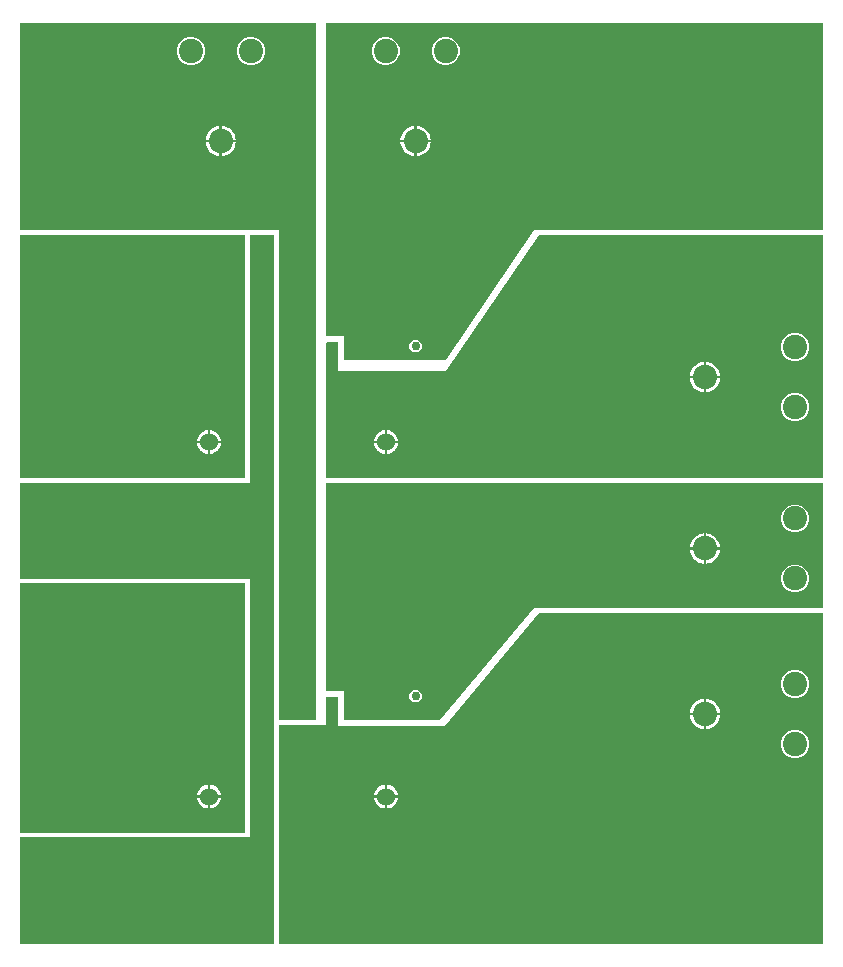
<source format=gbr>
G04 EAGLE Gerber RS-274X export*
G75*
%MOMM*%
%FSLAX34Y34*%
%LPD*%
%INCopper Layer 2*%
%IPPOS*%
%AMOC8*
5,1,8,0,0,1.08239X$1,22.5*%
G01*
%ADD10C,2.057400*%
%ADD11C,1.524000*%
%ADD12C,0.756400*%

G36*
X679348Y10162D02*
X679348Y10162D01*
X679357Y10161D01*
X679445Y10182D01*
X679535Y10200D01*
X679542Y10205D01*
X679550Y10207D01*
X679623Y10261D01*
X679699Y10313D01*
X679703Y10320D01*
X679710Y10325D01*
X679757Y10403D01*
X679806Y10480D01*
X679807Y10489D01*
X679812Y10496D01*
X679839Y10660D01*
X679839Y290000D01*
X679838Y290008D01*
X679839Y290017D01*
X679818Y290105D01*
X679800Y290195D01*
X679795Y290202D01*
X679793Y290210D01*
X679739Y290283D01*
X679687Y290359D01*
X679680Y290363D01*
X679675Y290370D01*
X679597Y290417D01*
X679520Y290466D01*
X679511Y290467D01*
X679504Y290472D01*
X679340Y290499D01*
X440000Y290499D01*
X439965Y290492D01*
X439930Y290494D01*
X439869Y290473D01*
X439805Y290460D01*
X439776Y290440D01*
X439743Y290428D01*
X439678Y290373D01*
X439641Y290347D01*
X439632Y290333D01*
X439616Y290320D01*
X359766Y194499D01*
X269499Y194499D01*
X269499Y219000D01*
X269498Y219008D01*
X269499Y219017D01*
X269478Y219105D01*
X269460Y219195D01*
X269455Y219202D01*
X269453Y219210D01*
X269399Y219283D01*
X269347Y219359D01*
X269340Y219363D01*
X269335Y219370D01*
X269257Y219417D01*
X269180Y219466D01*
X269171Y219467D01*
X269164Y219472D01*
X269000Y219499D01*
X260000Y219499D01*
X259992Y219498D01*
X259983Y219499D01*
X259895Y219478D01*
X259805Y219460D01*
X259798Y219455D01*
X259790Y219453D01*
X259717Y219399D01*
X259641Y219347D01*
X259637Y219340D01*
X259630Y219335D01*
X259583Y219257D01*
X259534Y219180D01*
X259533Y219171D01*
X259528Y219164D01*
X259501Y219000D01*
X259501Y195499D01*
X220000Y195499D01*
X219992Y195498D01*
X219983Y195499D01*
X219895Y195478D01*
X219805Y195460D01*
X219798Y195455D01*
X219790Y195453D01*
X219717Y195399D01*
X219641Y195347D01*
X219637Y195340D01*
X219630Y195335D01*
X219583Y195257D01*
X219534Y195180D01*
X219533Y195171D01*
X219528Y195164D01*
X219501Y195000D01*
X219501Y10660D01*
X219502Y10652D01*
X219501Y10643D01*
X219522Y10555D01*
X219540Y10465D01*
X219545Y10458D01*
X219547Y10450D01*
X219601Y10377D01*
X219653Y10301D01*
X219660Y10297D01*
X219665Y10290D01*
X219743Y10243D01*
X219820Y10194D01*
X219829Y10193D01*
X219836Y10188D01*
X220000Y10161D01*
X679340Y10161D01*
X679348Y10162D01*
G37*
G36*
X360058Y504513D02*
X360058Y504513D01*
X360117Y504515D01*
X360154Y504532D01*
X360195Y504540D01*
X360244Y504574D01*
X360297Y504599D01*
X360330Y504633D01*
X360359Y504653D01*
X360378Y504683D01*
X360413Y504719D01*
X435264Y614501D01*
X679340Y614501D01*
X679348Y614502D01*
X679357Y614501D01*
X679445Y614522D01*
X679535Y614540D01*
X679542Y614545D01*
X679550Y614547D01*
X679623Y614601D01*
X679699Y614653D01*
X679703Y614660D01*
X679710Y614665D01*
X679757Y614743D01*
X679806Y614820D01*
X679807Y614829D01*
X679812Y614836D01*
X679839Y615000D01*
X679839Y789340D01*
X679838Y789348D01*
X679839Y789357D01*
X679818Y789445D01*
X679800Y789535D01*
X679795Y789542D01*
X679793Y789550D01*
X679739Y789623D01*
X679687Y789699D01*
X679680Y789703D01*
X679675Y789710D01*
X679597Y789757D01*
X679520Y789806D01*
X679511Y789807D01*
X679504Y789812D01*
X679340Y789839D01*
X260000Y789839D01*
X259992Y789838D01*
X259983Y789839D01*
X259895Y789818D01*
X259805Y789800D01*
X259798Y789795D01*
X259790Y789793D01*
X259717Y789739D01*
X259641Y789687D01*
X259637Y789680D01*
X259630Y789675D01*
X259583Y789597D01*
X259534Y789520D01*
X259533Y789511D01*
X259528Y789504D01*
X259501Y789340D01*
X259501Y525000D01*
X259502Y524992D01*
X259501Y524983D01*
X259522Y524895D01*
X259540Y524805D01*
X259545Y524798D01*
X259547Y524790D01*
X259601Y524717D01*
X259653Y524641D01*
X259660Y524637D01*
X259665Y524630D01*
X259743Y524583D01*
X259820Y524534D01*
X259829Y524533D01*
X259836Y524528D01*
X260000Y524501D01*
X274501Y524501D01*
X274501Y505000D01*
X274502Y504992D01*
X274501Y504983D01*
X274522Y504895D01*
X274540Y504805D01*
X274545Y504798D01*
X274547Y504790D01*
X274601Y504717D01*
X274653Y504641D01*
X274660Y504637D01*
X274665Y504630D01*
X274743Y504583D01*
X274820Y504534D01*
X274829Y504533D01*
X274836Y504528D01*
X275000Y504501D01*
X360000Y504501D01*
X360058Y504513D01*
G37*
G36*
X679348Y404502D02*
X679348Y404502D01*
X679357Y404501D01*
X679445Y404522D01*
X679535Y404540D01*
X679542Y404545D01*
X679550Y404547D01*
X679623Y404601D01*
X679699Y404653D01*
X679703Y404660D01*
X679710Y404665D01*
X679757Y404743D01*
X679806Y404820D01*
X679807Y404829D01*
X679812Y404836D01*
X679839Y405000D01*
X679839Y610002D01*
X679838Y610011D01*
X679839Y610019D01*
X679818Y610107D01*
X679800Y610197D01*
X679795Y610204D01*
X679793Y610212D01*
X679739Y610286D01*
X679687Y610361D01*
X679680Y610366D01*
X679675Y610372D01*
X679596Y610419D01*
X679520Y610468D01*
X679511Y610470D01*
X679504Y610474D01*
X679340Y610502D01*
X439946Y610554D01*
X439942Y610553D01*
X439937Y610554D01*
X439844Y610533D01*
X439751Y610514D01*
X439747Y610512D01*
X439743Y610511D01*
X439665Y610455D01*
X439587Y610402D01*
X439585Y610398D01*
X439581Y610396D01*
X439532Y610315D01*
X439480Y610234D01*
X439479Y610230D01*
X439477Y610226D01*
X439463Y610132D01*
X439455Y610087D01*
X361161Y495249D01*
X269499Y495249D01*
X269499Y519000D01*
X269498Y519008D01*
X269499Y519017D01*
X269478Y519105D01*
X269460Y519195D01*
X269455Y519202D01*
X269453Y519210D01*
X269399Y519283D01*
X269347Y519359D01*
X269340Y519363D01*
X269335Y519370D01*
X269257Y519417D01*
X269180Y519466D01*
X269171Y519467D01*
X269164Y519472D01*
X269000Y519499D01*
X260000Y519499D01*
X259992Y519498D01*
X259983Y519499D01*
X259895Y519478D01*
X259805Y519460D01*
X259798Y519455D01*
X259790Y519453D01*
X259717Y519399D01*
X259641Y519347D01*
X259637Y519340D01*
X259630Y519335D01*
X259583Y519257D01*
X259534Y519180D01*
X259533Y519171D01*
X259528Y519164D01*
X259501Y519000D01*
X259501Y405000D01*
X259502Y404992D01*
X259501Y404983D01*
X259522Y404895D01*
X259540Y404805D01*
X259545Y404798D01*
X259547Y404790D01*
X259601Y404717D01*
X259653Y404641D01*
X259660Y404637D01*
X259665Y404630D01*
X259743Y404583D01*
X259820Y404534D01*
X259829Y404533D01*
X259836Y404528D01*
X260000Y404501D01*
X679340Y404501D01*
X679348Y404502D01*
G37*
G36*
X355033Y199508D02*
X355033Y199508D01*
X355067Y199505D01*
X355130Y199527D01*
X355195Y199540D01*
X355223Y199560D01*
X355255Y199571D01*
X355322Y199628D01*
X355359Y199653D01*
X355367Y199666D01*
X355382Y199678D01*
X435232Y294501D01*
X679340Y294501D01*
X679348Y294502D01*
X679357Y294501D01*
X679445Y294522D01*
X679535Y294540D01*
X679542Y294545D01*
X679550Y294547D01*
X679623Y294601D01*
X679699Y294653D01*
X679703Y294660D01*
X679710Y294665D01*
X679757Y294743D01*
X679806Y294820D01*
X679807Y294829D01*
X679812Y294836D01*
X679839Y295000D01*
X679839Y400000D01*
X679838Y400008D01*
X679839Y400017D01*
X679818Y400105D01*
X679800Y400195D01*
X679795Y400202D01*
X679793Y400210D01*
X679739Y400283D01*
X679687Y400359D01*
X679680Y400363D01*
X679675Y400370D01*
X679597Y400417D01*
X679520Y400466D01*
X679511Y400467D01*
X679504Y400472D01*
X679340Y400499D01*
X260000Y400499D01*
X259992Y400498D01*
X259983Y400499D01*
X259895Y400478D01*
X259805Y400460D01*
X259798Y400455D01*
X259790Y400453D01*
X259717Y400399D01*
X259641Y400347D01*
X259637Y400340D01*
X259630Y400335D01*
X259583Y400257D01*
X259534Y400180D01*
X259533Y400171D01*
X259528Y400164D01*
X259501Y400000D01*
X259501Y225000D01*
X259502Y224992D01*
X259501Y224983D01*
X259522Y224895D01*
X259540Y224805D01*
X259545Y224798D01*
X259547Y224790D01*
X259601Y224717D01*
X259653Y224641D01*
X259660Y224637D01*
X259665Y224630D01*
X259743Y224583D01*
X259820Y224534D01*
X259829Y224533D01*
X259836Y224528D01*
X260000Y224501D01*
X274501Y224501D01*
X274501Y200000D01*
X274502Y199992D01*
X274501Y199983D01*
X274522Y199895D01*
X274540Y199805D01*
X274545Y199798D01*
X274547Y199790D01*
X274601Y199717D01*
X274653Y199641D01*
X274660Y199637D01*
X274665Y199630D01*
X274743Y199583D01*
X274820Y199534D01*
X274829Y199533D01*
X274836Y199528D01*
X275000Y199501D01*
X355000Y199501D01*
X355033Y199508D01*
G37*
G36*
X250008Y199502D02*
X250008Y199502D01*
X250017Y199501D01*
X250105Y199522D01*
X250195Y199540D01*
X250202Y199545D01*
X250210Y199547D01*
X250283Y199601D01*
X250359Y199653D01*
X250363Y199660D01*
X250370Y199665D01*
X250417Y199743D01*
X250466Y199820D01*
X250467Y199829D01*
X250472Y199836D01*
X250499Y200000D01*
X250499Y789340D01*
X250498Y789348D01*
X250499Y789357D01*
X250478Y789445D01*
X250460Y789535D01*
X250455Y789542D01*
X250453Y789550D01*
X250399Y789623D01*
X250347Y789699D01*
X250340Y789703D01*
X250335Y789710D01*
X250257Y789757D01*
X250180Y789806D01*
X250171Y789807D01*
X250164Y789812D01*
X250000Y789839D01*
X660Y789839D01*
X652Y789838D01*
X643Y789839D01*
X555Y789818D01*
X465Y789800D01*
X458Y789795D01*
X450Y789793D01*
X377Y789739D01*
X301Y789687D01*
X297Y789680D01*
X290Y789675D01*
X243Y789597D01*
X194Y789520D01*
X193Y789511D01*
X188Y789504D01*
X161Y789340D01*
X161Y615000D01*
X162Y614992D01*
X161Y614983D01*
X182Y614895D01*
X200Y614805D01*
X205Y614798D01*
X207Y614790D01*
X261Y614717D01*
X313Y614641D01*
X320Y614637D01*
X325Y614630D01*
X403Y614583D01*
X480Y614534D01*
X489Y614533D01*
X496Y614528D01*
X660Y614501D01*
X219501Y614501D01*
X219501Y200000D01*
X219502Y199992D01*
X219501Y199983D01*
X219522Y199895D01*
X219540Y199805D01*
X219545Y199798D01*
X219547Y199790D01*
X219601Y199717D01*
X219653Y199641D01*
X219660Y199637D01*
X219665Y199630D01*
X219743Y199583D01*
X219820Y199534D01*
X219829Y199533D01*
X219836Y199528D01*
X220000Y199501D01*
X250000Y199501D01*
X250008Y199502D01*
G37*
G36*
X215008Y10162D02*
X215008Y10162D01*
X215017Y10161D01*
X215105Y10182D01*
X215195Y10200D01*
X215202Y10205D01*
X215210Y10207D01*
X215283Y10261D01*
X215359Y10313D01*
X215363Y10320D01*
X215370Y10325D01*
X215417Y10403D01*
X215466Y10480D01*
X215467Y10489D01*
X215472Y10496D01*
X215499Y10660D01*
X215499Y610000D01*
X215498Y610008D01*
X215499Y610017D01*
X215478Y610105D01*
X215460Y610195D01*
X215455Y610202D01*
X215453Y610210D01*
X215399Y610283D01*
X215347Y610359D01*
X215340Y610363D01*
X215335Y610370D01*
X215257Y610417D01*
X215180Y610466D01*
X215171Y610467D01*
X215164Y610472D01*
X215000Y610499D01*
X195000Y610499D01*
X194992Y610498D01*
X194983Y610499D01*
X194895Y610478D01*
X194805Y610460D01*
X194798Y610455D01*
X194790Y610453D01*
X194717Y610399D01*
X194641Y610347D01*
X194637Y610340D01*
X194630Y610335D01*
X194583Y610257D01*
X194534Y610180D01*
X194533Y610171D01*
X194528Y610164D01*
X194501Y610000D01*
X194501Y400499D01*
X660Y400499D01*
X652Y400498D01*
X643Y400499D01*
X555Y400478D01*
X465Y400460D01*
X458Y400455D01*
X450Y400453D01*
X377Y400399D01*
X301Y400347D01*
X297Y400340D01*
X290Y400335D01*
X243Y400257D01*
X194Y400180D01*
X193Y400171D01*
X188Y400164D01*
X161Y400000D01*
X161Y320000D01*
X162Y319992D01*
X161Y319983D01*
X182Y319895D01*
X200Y319805D01*
X205Y319798D01*
X207Y319790D01*
X261Y319717D01*
X313Y319641D01*
X320Y319637D01*
X325Y319630D01*
X403Y319583D01*
X480Y319534D01*
X489Y319533D01*
X496Y319528D01*
X660Y319501D01*
X194501Y319501D01*
X194501Y100499D01*
X660Y100499D01*
X652Y100498D01*
X643Y100499D01*
X555Y100478D01*
X465Y100460D01*
X458Y100455D01*
X450Y100453D01*
X377Y100399D01*
X301Y100347D01*
X297Y100340D01*
X290Y100335D01*
X243Y100257D01*
X194Y100180D01*
X193Y100171D01*
X188Y100164D01*
X161Y100000D01*
X161Y10660D01*
X162Y10652D01*
X161Y10643D01*
X182Y10555D01*
X200Y10465D01*
X205Y10458D01*
X207Y10450D01*
X261Y10377D01*
X313Y10301D01*
X320Y10297D01*
X325Y10290D01*
X403Y10243D01*
X480Y10194D01*
X489Y10193D01*
X496Y10188D01*
X660Y10161D01*
X215000Y10161D01*
X215008Y10162D01*
G37*
G36*
X190000Y104501D02*
X190000Y104501D01*
X190008Y104502D01*
X190017Y104501D01*
X190105Y104522D01*
X190195Y104540D01*
X190202Y104545D01*
X190210Y104547D01*
X190283Y104601D01*
X190359Y104653D01*
X190363Y104660D01*
X190370Y104665D01*
X190417Y104743D01*
X190466Y104820D01*
X190467Y104829D01*
X190472Y104836D01*
X190499Y105000D01*
X190499Y315000D01*
X190498Y315008D01*
X190499Y315017D01*
X190478Y315105D01*
X190460Y315195D01*
X190455Y315202D01*
X190453Y315210D01*
X190399Y315283D01*
X190347Y315359D01*
X190340Y315363D01*
X190335Y315370D01*
X190257Y315417D01*
X190180Y315466D01*
X190171Y315467D01*
X190164Y315472D01*
X190000Y315499D01*
X660Y315499D01*
X652Y315498D01*
X643Y315499D01*
X555Y315478D01*
X465Y315460D01*
X458Y315455D01*
X450Y315453D01*
X377Y315399D01*
X301Y315347D01*
X297Y315340D01*
X290Y315335D01*
X243Y315257D01*
X194Y315180D01*
X193Y315171D01*
X188Y315164D01*
X161Y315000D01*
X161Y105000D01*
X162Y104992D01*
X161Y104983D01*
X182Y104895D01*
X200Y104805D01*
X205Y104798D01*
X207Y104790D01*
X261Y104717D01*
X313Y104641D01*
X320Y104637D01*
X325Y104630D01*
X403Y104583D01*
X480Y104534D01*
X489Y104533D01*
X496Y104528D01*
X660Y104501D01*
X190000Y104501D01*
G37*
G36*
X190008Y404502D02*
X190008Y404502D01*
X190017Y404501D01*
X190105Y404522D01*
X190195Y404540D01*
X190202Y404545D01*
X190210Y404547D01*
X190283Y404601D01*
X190359Y404653D01*
X190363Y404660D01*
X190370Y404665D01*
X190417Y404743D01*
X190466Y404820D01*
X190467Y404829D01*
X190472Y404836D01*
X190499Y405000D01*
X190499Y610000D01*
X190498Y610008D01*
X190499Y610017D01*
X190478Y610105D01*
X190460Y610195D01*
X190455Y610202D01*
X190453Y610210D01*
X190399Y610283D01*
X190347Y610359D01*
X190340Y610363D01*
X190335Y610370D01*
X190257Y610417D01*
X190180Y610466D01*
X190171Y610467D01*
X190164Y610472D01*
X190000Y610499D01*
X660Y610499D01*
X652Y610498D01*
X643Y610499D01*
X555Y610478D01*
X465Y610460D01*
X458Y610455D01*
X450Y610453D01*
X377Y610399D01*
X301Y610347D01*
X297Y610340D01*
X290Y610335D01*
X243Y610257D01*
X194Y610180D01*
X193Y610171D01*
X188Y610164D01*
X161Y610000D01*
X161Y405000D01*
X162Y404992D01*
X161Y404983D01*
X182Y404895D01*
X200Y404805D01*
X205Y404798D01*
X207Y404790D01*
X261Y404717D01*
X313Y404641D01*
X320Y404637D01*
X325Y404630D01*
X403Y404583D01*
X480Y404534D01*
X489Y404533D01*
X496Y404528D01*
X660Y404501D01*
X190000Y404501D01*
X190008Y404502D01*
G37*
%LPC*%
G36*
X653850Y452788D02*
X653850Y452788D01*
X649509Y454586D01*
X646186Y457909D01*
X644388Y462250D01*
X644388Y466950D01*
X646186Y471291D01*
X649509Y474614D01*
X653850Y476412D01*
X658550Y476412D01*
X662891Y474614D01*
X666214Y471291D01*
X668012Y466950D01*
X668012Y462250D01*
X666214Y457909D01*
X662891Y454586D01*
X658550Y452788D01*
X653850Y452788D01*
G37*
%LPD*%
%LPC*%
G36*
X653850Y358588D02*
X653850Y358588D01*
X649509Y360386D01*
X646186Y363709D01*
X644388Y368050D01*
X644388Y372750D01*
X646186Y377091D01*
X649509Y380414D01*
X653850Y382212D01*
X658550Y382212D01*
X662891Y380414D01*
X666214Y377091D01*
X668012Y372750D01*
X668012Y368050D01*
X666214Y363709D01*
X662891Y360386D01*
X658550Y358588D01*
X653850Y358588D01*
G37*
%LPD*%
%LPC*%
G36*
X653850Y167788D02*
X653850Y167788D01*
X649509Y169586D01*
X646186Y172909D01*
X644388Y177250D01*
X644388Y181950D01*
X646186Y186291D01*
X649509Y189614D01*
X653850Y191412D01*
X658550Y191412D01*
X662891Y189614D01*
X666214Y186291D01*
X668012Y181950D01*
X668012Y177250D01*
X666214Y172909D01*
X662891Y169586D01*
X658550Y167788D01*
X653850Y167788D01*
G37*
%LPD*%
%LPC*%
G36*
X653850Y218588D02*
X653850Y218588D01*
X649509Y220386D01*
X646186Y223709D01*
X644388Y228050D01*
X644388Y232750D01*
X646186Y237091D01*
X649509Y240414D01*
X653850Y242212D01*
X658550Y242212D01*
X662891Y240414D01*
X666214Y237091D01*
X668012Y232750D01*
X668012Y228050D01*
X666214Y223709D01*
X662891Y220386D01*
X658550Y218588D01*
X653850Y218588D01*
G37*
%LPD*%
%LPC*%
G36*
X358050Y754388D02*
X358050Y754388D01*
X353709Y756186D01*
X350386Y759509D01*
X348588Y763850D01*
X348588Y768550D01*
X350386Y772891D01*
X353709Y776214D01*
X358050Y778012D01*
X362750Y778012D01*
X367091Y776214D01*
X370414Y772891D01*
X372212Y768550D01*
X372212Y763850D01*
X370414Y759509D01*
X367091Y756186D01*
X362750Y754388D01*
X358050Y754388D01*
G37*
%LPD*%
%LPC*%
G36*
X307250Y754388D02*
X307250Y754388D01*
X302909Y756186D01*
X299586Y759509D01*
X297788Y763850D01*
X297788Y768550D01*
X299586Y772891D01*
X302909Y776214D01*
X307250Y778012D01*
X311950Y778012D01*
X316291Y776214D01*
X319614Y772891D01*
X321412Y768550D01*
X321412Y763850D01*
X319614Y759509D01*
X316291Y756186D01*
X311950Y754388D01*
X307250Y754388D01*
G37*
%LPD*%
%LPC*%
G36*
X653850Y307788D02*
X653850Y307788D01*
X649509Y309586D01*
X646186Y312909D01*
X644388Y317250D01*
X644388Y321950D01*
X646186Y326291D01*
X649509Y329614D01*
X653850Y331412D01*
X658550Y331412D01*
X662891Y329614D01*
X666214Y326291D01*
X668012Y321950D01*
X668012Y317250D01*
X666214Y312909D01*
X662891Y309586D01*
X658550Y307788D01*
X653850Y307788D01*
G37*
%LPD*%
%LPC*%
G36*
X142250Y754388D02*
X142250Y754388D01*
X137909Y756186D01*
X134586Y759509D01*
X132788Y763850D01*
X132788Y768550D01*
X134586Y772891D01*
X137909Y776214D01*
X142250Y778012D01*
X146950Y778012D01*
X151291Y776214D01*
X154614Y772891D01*
X156412Y768550D01*
X156412Y763850D01*
X154614Y759509D01*
X151291Y756186D01*
X146950Y754388D01*
X142250Y754388D01*
G37*
%LPD*%
%LPC*%
G36*
X653850Y503588D02*
X653850Y503588D01*
X649509Y505386D01*
X646186Y508709D01*
X644388Y513050D01*
X644388Y517750D01*
X646186Y522091D01*
X649509Y525414D01*
X653850Y527212D01*
X658550Y527212D01*
X662891Y525414D01*
X666214Y522091D01*
X668012Y517750D01*
X668012Y513050D01*
X666214Y508709D01*
X662891Y505386D01*
X658550Y503588D01*
X653850Y503588D01*
G37*
%LPD*%
%LPC*%
G36*
X193050Y754388D02*
X193050Y754388D01*
X188709Y756186D01*
X185386Y759509D01*
X183588Y763850D01*
X183588Y768550D01*
X185386Y772891D01*
X188709Y776214D01*
X193050Y778012D01*
X197750Y778012D01*
X202091Y776214D01*
X205414Y772891D01*
X207212Y768550D01*
X207212Y763850D01*
X205414Y759509D01*
X202091Y756186D01*
X197750Y754388D01*
X193050Y754388D01*
G37*
%LPD*%
%LPC*%
G36*
X335999Y690999D02*
X335999Y690999D01*
X335999Y702828D01*
X336010Y702828D01*
X338004Y702512D01*
X339924Y701888D01*
X341723Y700971D01*
X343357Y699785D01*
X344785Y698357D01*
X345971Y696723D01*
X346888Y694924D01*
X347512Y693004D01*
X347828Y691010D01*
X347828Y690999D01*
X335999Y690999D01*
G37*
%LPD*%
%LPC*%
G36*
X170999Y690999D02*
X170999Y690999D01*
X170999Y702828D01*
X171010Y702828D01*
X173004Y702512D01*
X174924Y701888D01*
X176723Y700971D01*
X178357Y699785D01*
X179785Y698357D01*
X180971Y696723D01*
X181888Y694924D01*
X182512Y693004D01*
X182828Y691010D01*
X182828Y690999D01*
X170999Y690999D01*
G37*
%LPD*%
%LPC*%
G36*
X580999Y345999D02*
X580999Y345999D01*
X580999Y357828D01*
X581010Y357828D01*
X583004Y357512D01*
X584924Y356888D01*
X586723Y355971D01*
X588357Y354785D01*
X589785Y353357D01*
X590971Y351723D01*
X591888Y349924D01*
X592512Y348004D01*
X592828Y346010D01*
X592828Y345999D01*
X580999Y345999D01*
G37*
%LPD*%
%LPC*%
G36*
X580999Y205999D02*
X580999Y205999D01*
X580999Y217828D01*
X581010Y217828D01*
X583004Y217512D01*
X584924Y216888D01*
X586723Y215971D01*
X588357Y214785D01*
X589785Y213357D01*
X590971Y211723D01*
X591888Y209924D01*
X592512Y208004D01*
X592828Y206010D01*
X592828Y205999D01*
X580999Y205999D01*
G37*
%LPD*%
%LPC*%
G36*
X580999Y490999D02*
X580999Y490999D01*
X580999Y502828D01*
X581010Y502828D01*
X583004Y502512D01*
X584924Y501888D01*
X586723Y500971D01*
X588357Y499785D01*
X589785Y498357D01*
X590971Y496723D01*
X591888Y494924D01*
X592512Y493004D01*
X592828Y491010D01*
X592828Y490999D01*
X580999Y490999D01*
G37*
%LPD*%
%LPC*%
G36*
X580999Y192172D02*
X580999Y192172D01*
X580999Y204001D01*
X592828Y204001D01*
X592828Y203990D01*
X592512Y201996D01*
X591888Y200076D01*
X590971Y198277D01*
X589785Y196643D01*
X588357Y195215D01*
X586723Y194029D01*
X584924Y193112D01*
X583004Y192488D01*
X581010Y192172D01*
X580999Y192172D01*
G37*
%LPD*%
%LPC*%
G36*
X580999Y477172D02*
X580999Y477172D01*
X580999Y489001D01*
X592828Y489001D01*
X592828Y488990D01*
X592512Y486996D01*
X591888Y485076D01*
X590971Y483277D01*
X589785Y481643D01*
X588357Y480215D01*
X586723Y479029D01*
X584924Y478112D01*
X583004Y477488D01*
X581010Y477172D01*
X580999Y477172D01*
G37*
%LPD*%
%LPC*%
G36*
X567172Y205999D02*
X567172Y205999D01*
X567172Y206010D01*
X567488Y208004D01*
X568112Y209924D01*
X569029Y211723D01*
X570215Y213357D01*
X571643Y214785D01*
X573277Y215971D01*
X575076Y216888D01*
X576996Y217512D01*
X578990Y217828D01*
X579001Y217828D01*
X579001Y205999D01*
X567172Y205999D01*
G37*
%LPD*%
%LPC*%
G36*
X157172Y690999D02*
X157172Y690999D01*
X157172Y691010D01*
X157488Y693004D01*
X158112Y694924D01*
X159029Y696723D01*
X160215Y698357D01*
X161643Y699785D01*
X163277Y700971D01*
X165076Y701888D01*
X166996Y702512D01*
X168990Y702828D01*
X169001Y702828D01*
X169001Y690999D01*
X157172Y690999D01*
G37*
%LPD*%
%LPC*%
G36*
X335999Y677172D02*
X335999Y677172D01*
X335999Y689001D01*
X347828Y689001D01*
X347828Y688990D01*
X347512Y686996D01*
X346888Y685076D01*
X345971Y683277D01*
X344785Y681643D01*
X343357Y680215D01*
X341723Y679029D01*
X339924Y678112D01*
X338004Y677488D01*
X336010Y677172D01*
X335999Y677172D01*
G37*
%LPD*%
%LPC*%
G36*
X580999Y332172D02*
X580999Y332172D01*
X580999Y344001D01*
X592828Y344001D01*
X592828Y343990D01*
X592512Y341996D01*
X591888Y340076D01*
X590971Y338277D01*
X589785Y336643D01*
X588357Y335215D01*
X586723Y334029D01*
X584924Y333112D01*
X583004Y332488D01*
X581010Y332172D01*
X580999Y332172D01*
G37*
%LPD*%
%LPC*%
G36*
X567172Y345999D02*
X567172Y345999D01*
X567172Y346010D01*
X567488Y348004D01*
X568112Y349924D01*
X569029Y351723D01*
X570215Y353357D01*
X571643Y354785D01*
X573277Y355971D01*
X575076Y356888D01*
X576996Y357512D01*
X578990Y357828D01*
X579001Y357828D01*
X579001Y345999D01*
X567172Y345999D01*
G37*
%LPD*%
%LPC*%
G36*
X170999Y677172D02*
X170999Y677172D01*
X170999Y689001D01*
X182828Y689001D01*
X182828Y688990D01*
X182512Y686996D01*
X181888Y685076D01*
X180971Y683277D01*
X179785Y681643D01*
X178357Y680215D01*
X176723Y679029D01*
X174924Y678112D01*
X173004Y677488D01*
X171010Y677172D01*
X170999Y677172D01*
G37*
%LPD*%
%LPC*%
G36*
X322172Y690999D02*
X322172Y690999D01*
X322172Y691010D01*
X322488Y693004D01*
X323112Y694924D01*
X324029Y696723D01*
X325215Y698357D01*
X326643Y699785D01*
X328277Y700971D01*
X330076Y701888D01*
X331996Y702512D01*
X333990Y702828D01*
X334001Y702828D01*
X334001Y690999D01*
X322172Y690999D01*
G37*
%LPD*%
%LPC*%
G36*
X567172Y490999D02*
X567172Y490999D01*
X567172Y491010D01*
X567488Y493004D01*
X568112Y494924D01*
X569029Y496723D01*
X570215Y498357D01*
X571643Y499785D01*
X573277Y500971D01*
X575076Y501888D01*
X576996Y502512D01*
X578990Y502828D01*
X579001Y502828D01*
X579001Y490999D01*
X567172Y490999D01*
G37*
%LPD*%
%LPC*%
G36*
X578990Y332172D02*
X578990Y332172D01*
X576996Y332488D01*
X575076Y333112D01*
X573277Y334029D01*
X571643Y335215D01*
X570215Y336643D01*
X569029Y338277D01*
X568112Y340076D01*
X567488Y341996D01*
X567172Y343990D01*
X567172Y344001D01*
X579001Y344001D01*
X579001Y332172D01*
X578990Y332172D01*
G37*
%LPD*%
%LPC*%
G36*
X578990Y477172D02*
X578990Y477172D01*
X576996Y477488D01*
X575076Y478112D01*
X573277Y479029D01*
X571643Y480215D01*
X570215Y481643D01*
X569029Y483277D01*
X568112Y485076D01*
X567488Y486996D01*
X567172Y488990D01*
X567172Y489001D01*
X579001Y489001D01*
X579001Y477172D01*
X578990Y477172D01*
G37*
%LPD*%
%LPC*%
G36*
X168990Y677172D02*
X168990Y677172D01*
X166996Y677488D01*
X165076Y678112D01*
X163277Y679029D01*
X161643Y680215D01*
X160215Y681643D01*
X159029Y683277D01*
X158112Y685076D01*
X157488Y686996D01*
X157172Y688990D01*
X157172Y689001D01*
X169001Y689001D01*
X169001Y677172D01*
X168990Y677172D01*
G37*
%LPD*%
%LPC*%
G36*
X333990Y677172D02*
X333990Y677172D01*
X331996Y677488D01*
X330076Y678112D01*
X328277Y679029D01*
X326643Y680215D01*
X325215Y681643D01*
X324029Y683277D01*
X323112Y685076D01*
X322488Y686996D01*
X322172Y688990D01*
X322172Y689001D01*
X334001Y689001D01*
X334001Y677172D01*
X333990Y677172D01*
G37*
%LPD*%
%LPC*%
G36*
X578990Y192172D02*
X578990Y192172D01*
X576996Y192488D01*
X575076Y193112D01*
X573277Y194029D01*
X571643Y195215D01*
X570215Y196643D01*
X569029Y198277D01*
X568112Y200076D01*
X567488Y201996D01*
X567172Y203990D01*
X567172Y204001D01*
X579001Y204001D01*
X579001Y192172D01*
X578990Y192172D01*
G37*
%LPD*%
%LPC*%
G36*
X332802Y510993D02*
X332802Y510993D01*
X329693Y514102D01*
X329693Y518498D01*
X332802Y521607D01*
X337198Y521607D01*
X340307Y518498D01*
X340307Y514102D01*
X337198Y510993D01*
X332802Y510993D01*
G37*
%LPD*%
%LPC*%
G36*
X332802Y214693D02*
X332802Y214693D01*
X329693Y217802D01*
X329693Y222198D01*
X332802Y225307D01*
X337198Y225307D01*
X340307Y222198D01*
X340307Y217802D01*
X337198Y214693D01*
X332802Y214693D01*
G37*
%LPD*%
%LPC*%
G36*
X310999Y435999D02*
X310999Y435999D01*
X310999Y445129D01*
X312379Y444911D01*
X313900Y444416D01*
X315325Y443690D01*
X316619Y442750D01*
X317750Y441619D01*
X318690Y440325D01*
X319416Y438900D01*
X319911Y437379D01*
X320129Y435999D01*
X310999Y435999D01*
G37*
%LPD*%
%LPC*%
G36*
X310999Y135999D02*
X310999Y135999D01*
X310999Y145129D01*
X312379Y144911D01*
X313900Y144416D01*
X315325Y143690D01*
X316619Y142750D01*
X317750Y141619D01*
X318690Y140325D01*
X319416Y138900D01*
X319911Y137379D01*
X320129Y135999D01*
X310999Y135999D01*
G37*
%LPD*%
%LPC*%
G36*
X160999Y135999D02*
X160999Y135999D01*
X160999Y145129D01*
X162379Y144911D01*
X163900Y144416D01*
X165325Y143690D01*
X166619Y142750D01*
X167750Y141619D01*
X168690Y140325D01*
X169416Y138900D01*
X169911Y137379D01*
X170129Y135999D01*
X160999Y135999D01*
G37*
%LPD*%
%LPC*%
G36*
X160999Y435999D02*
X160999Y435999D01*
X160999Y445129D01*
X162379Y444911D01*
X163900Y444416D01*
X165325Y443690D01*
X166619Y442750D01*
X167750Y441619D01*
X168690Y440325D01*
X169416Y438900D01*
X169911Y437379D01*
X170129Y435999D01*
X160999Y435999D01*
G37*
%LPD*%
%LPC*%
G36*
X149871Y435999D02*
X149871Y435999D01*
X150089Y437379D01*
X150584Y438900D01*
X151310Y440325D01*
X152250Y441619D01*
X153381Y442750D01*
X154675Y443690D01*
X156100Y444416D01*
X157621Y444911D01*
X159001Y445129D01*
X159001Y435999D01*
X149871Y435999D01*
G37*
%LPD*%
%LPC*%
G36*
X160999Y434001D02*
X160999Y434001D01*
X170129Y434001D01*
X169911Y432621D01*
X169416Y431100D01*
X168690Y429675D01*
X167750Y428381D01*
X166619Y427250D01*
X165325Y426310D01*
X163900Y425584D01*
X162379Y425089D01*
X160999Y424871D01*
X160999Y434001D01*
G37*
%LPD*%
%LPC*%
G36*
X299871Y135999D02*
X299871Y135999D01*
X300089Y137379D01*
X300584Y138900D01*
X301310Y140325D01*
X302250Y141619D01*
X303381Y142750D01*
X304675Y143690D01*
X306100Y144416D01*
X307621Y144911D01*
X309001Y145129D01*
X309001Y135999D01*
X299871Y135999D01*
G37*
%LPD*%
%LPC*%
G36*
X160999Y134001D02*
X160999Y134001D01*
X170129Y134001D01*
X169911Y132621D01*
X169416Y131100D01*
X168690Y129675D01*
X167750Y128381D01*
X166619Y127250D01*
X165325Y126310D01*
X163900Y125584D01*
X162379Y125089D01*
X160999Y124871D01*
X160999Y134001D01*
G37*
%LPD*%
%LPC*%
G36*
X149871Y135999D02*
X149871Y135999D01*
X150089Y137379D01*
X150584Y138900D01*
X151310Y140325D01*
X152250Y141619D01*
X153381Y142750D01*
X154675Y143690D01*
X156100Y144416D01*
X157621Y144911D01*
X159001Y145129D01*
X159001Y135999D01*
X149871Y135999D01*
G37*
%LPD*%
%LPC*%
G36*
X310999Y434001D02*
X310999Y434001D01*
X320129Y434001D01*
X319911Y432621D01*
X319416Y431100D01*
X318690Y429675D01*
X317750Y428381D01*
X316619Y427250D01*
X315325Y426310D01*
X313900Y425584D01*
X312379Y425089D01*
X310999Y424871D01*
X310999Y434001D01*
G37*
%LPD*%
%LPC*%
G36*
X310999Y134001D02*
X310999Y134001D01*
X320129Y134001D01*
X319911Y132621D01*
X319416Y131100D01*
X318690Y129675D01*
X317750Y128381D01*
X316619Y127250D01*
X315325Y126310D01*
X313900Y125584D01*
X312379Y125089D01*
X310999Y124871D01*
X310999Y134001D01*
G37*
%LPD*%
%LPC*%
G36*
X299871Y435999D02*
X299871Y435999D01*
X300089Y437379D01*
X300584Y438900D01*
X301310Y440325D01*
X302250Y441619D01*
X303381Y442750D01*
X304675Y443690D01*
X306100Y444416D01*
X307621Y444911D01*
X309001Y445129D01*
X309001Y435999D01*
X299871Y435999D01*
G37*
%LPD*%
%LPC*%
G36*
X307621Y125089D02*
X307621Y125089D01*
X306100Y125584D01*
X304675Y126310D01*
X303381Y127250D01*
X302250Y128381D01*
X301310Y129675D01*
X300584Y131100D01*
X300089Y132621D01*
X299871Y134001D01*
X309001Y134001D01*
X309001Y124871D01*
X307621Y125089D01*
G37*
%LPD*%
%LPC*%
G36*
X157621Y125089D02*
X157621Y125089D01*
X156100Y125584D01*
X154675Y126310D01*
X153381Y127250D01*
X152250Y128381D01*
X151310Y129675D01*
X150584Y131100D01*
X150089Y132621D01*
X149871Y134001D01*
X159001Y134001D01*
X159001Y124871D01*
X157621Y125089D01*
G37*
%LPD*%
%LPC*%
G36*
X307621Y425089D02*
X307621Y425089D01*
X306100Y425584D01*
X304675Y426310D01*
X303381Y427250D01*
X302250Y428381D01*
X301310Y429675D01*
X300584Y431100D01*
X300089Y432621D01*
X299871Y434001D01*
X309001Y434001D01*
X309001Y424871D01*
X307621Y425089D01*
G37*
%LPD*%
%LPC*%
G36*
X157621Y425089D02*
X157621Y425089D01*
X156100Y425584D01*
X154675Y426310D01*
X153381Y427250D01*
X152250Y428381D01*
X151310Y429675D01*
X150584Y431100D01*
X150089Y432621D01*
X149871Y434001D01*
X159001Y434001D01*
X159001Y424871D01*
X157621Y425089D01*
G37*
%LPD*%
%LPC*%
G36*
X579999Y204999D02*
X579999Y204999D01*
X579999Y205001D01*
X580001Y205001D01*
X580001Y204999D01*
X579999Y204999D01*
G37*
%LPD*%
%LPC*%
G36*
X159999Y434999D02*
X159999Y434999D01*
X159999Y435001D01*
X160001Y435001D01*
X160001Y434999D01*
X159999Y434999D01*
G37*
%LPD*%
%LPC*%
G36*
X579999Y489999D02*
X579999Y489999D01*
X579999Y490001D01*
X580001Y490001D01*
X580001Y489999D01*
X579999Y489999D01*
G37*
%LPD*%
%LPC*%
G36*
X159999Y134999D02*
X159999Y134999D01*
X159999Y135001D01*
X160001Y135001D01*
X160001Y134999D01*
X159999Y134999D01*
G37*
%LPD*%
%LPC*%
G36*
X309999Y134999D02*
X309999Y134999D01*
X309999Y135001D01*
X310001Y135001D01*
X310001Y134999D01*
X309999Y134999D01*
G37*
%LPD*%
%LPC*%
G36*
X169999Y689999D02*
X169999Y689999D01*
X169999Y690001D01*
X170001Y690001D01*
X170001Y689999D01*
X169999Y689999D01*
G37*
%LPD*%
%LPC*%
G36*
X579999Y344999D02*
X579999Y344999D01*
X579999Y345001D01*
X580001Y345001D01*
X580001Y344999D01*
X579999Y344999D01*
G37*
%LPD*%
%LPC*%
G36*
X334999Y689999D02*
X334999Y689999D01*
X334999Y690001D01*
X335001Y690001D01*
X335001Y689999D01*
X334999Y689999D01*
G37*
%LPD*%
%LPC*%
G36*
X309999Y434999D02*
X309999Y434999D01*
X309999Y435001D01*
X310001Y435001D01*
X310001Y434999D01*
X309999Y434999D01*
G37*
%LPD*%
D10*
X170000Y690000D03*
X144600Y766200D03*
X195400Y766200D03*
X335000Y690000D03*
X309600Y766200D03*
X360400Y766200D03*
X580000Y205000D03*
X656200Y230400D03*
X656200Y179600D03*
X580000Y490000D03*
X656200Y515400D03*
X656200Y464600D03*
X580000Y345000D03*
X656200Y370400D03*
X656200Y319600D03*
D11*
X160000Y435000D03*
X310000Y435000D03*
X160000Y135000D03*
X310000Y135000D03*
D12*
X30000Y780000D03*
X30000Y720000D03*
X30000Y660000D03*
X90000Y660000D03*
X90000Y720000D03*
X90000Y780000D03*
X150000Y705000D03*
X150000Y680000D03*
X150000Y660000D03*
X190000Y680000D03*
X190000Y705000D03*
X210000Y655000D03*
X225000Y655000D03*
X210000Y675000D03*
X225000Y675000D03*
X210000Y690000D03*
X225000Y690000D03*
X210000Y715000D03*
X225000Y715000D03*
X225000Y730000D03*
X210000Y730000D03*
X210000Y750000D03*
X225000Y750000D03*
X230000Y385000D03*
X229000Y331000D03*
X285000Y750000D03*
X285000Y730000D03*
X300000Y750000D03*
X300000Y730000D03*
X300000Y715000D03*
X285000Y715000D03*
X285000Y690000D03*
X300000Y690000D03*
X285000Y675000D03*
X300000Y675000D03*
X285000Y655000D03*
X300000Y655000D03*
X270000Y616000D03*
X315000Y705000D03*
X315000Y680000D03*
X355000Y705000D03*
X355000Y680000D03*
X390000Y660000D03*
X390000Y720000D03*
X390000Y780000D03*
X450000Y780000D03*
X450000Y720000D03*
X450000Y660000D03*
X510000Y780000D03*
X510000Y720000D03*
X510000Y660000D03*
X570000Y780000D03*
X570000Y720000D03*
X570000Y660000D03*
X630000Y660000D03*
X630000Y720000D03*
X630000Y780000D03*
X390000Y390000D03*
X330000Y390000D03*
X270000Y390000D03*
X270000Y330000D03*
X268000Y314000D03*
X330000Y330000D03*
X390000Y330000D03*
X390000Y270000D03*
X150000Y90000D03*
X90000Y90000D03*
X30000Y90000D03*
X150000Y30000D03*
X90000Y30000D03*
X30000Y30000D03*
X460000Y370000D03*
X460000Y355000D03*
X480000Y370000D03*
X480000Y355000D03*
X495000Y370000D03*
X495000Y355000D03*
X515000Y370000D03*
X515000Y355000D03*
X530000Y370000D03*
X530000Y355000D03*
X550000Y370000D03*
X550000Y355000D03*
X460000Y335000D03*
X460000Y320000D03*
X480000Y335000D03*
X480000Y320000D03*
X495000Y335000D03*
X495000Y320000D03*
X515000Y335000D03*
X515000Y320000D03*
X530000Y335000D03*
X530000Y320000D03*
X550000Y335000D03*
X550000Y320000D03*
X565000Y365000D03*
X590000Y365000D03*
X565000Y325000D03*
X590000Y325000D03*
X205000Y325000D03*
X150000Y330000D03*
X185000Y350000D03*
X170000Y350000D03*
X185000Y370000D03*
X170000Y370000D03*
X205000Y390000D03*
X150000Y390000D03*
X90000Y390000D03*
X90000Y330000D03*
X30000Y330000D03*
X30000Y390000D03*
X335000Y516300D03*
X270000Y485000D03*
X285000Y485000D03*
X270000Y470000D03*
X285000Y470000D03*
X460000Y445000D03*
X480000Y430000D03*
X480000Y445000D03*
X460000Y430000D03*
X330000Y420000D03*
X290000Y420000D03*
X270000Y420000D03*
X270000Y450000D03*
X290000Y455000D03*
X300000Y480000D03*
X330000Y480000D03*
X330000Y455000D03*
X480000Y570000D03*
X540000Y570000D03*
X600000Y570000D03*
X660000Y570000D03*
X540000Y510000D03*
X480000Y510000D03*
X565000Y510000D03*
X590000Y510000D03*
X565000Y470000D03*
X590000Y470000D03*
X495000Y445000D03*
X495000Y430000D03*
X515000Y430000D03*
X515000Y445000D03*
X530000Y445000D03*
X530000Y430000D03*
X550000Y445000D03*
X550000Y430000D03*
X565000Y445000D03*
X565000Y430000D03*
X585000Y445000D03*
X585000Y430000D03*
X171000Y601000D03*
X150000Y570000D03*
X90000Y570000D03*
X30000Y570000D03*
X90000Y510000D03*
X30000Y510000D03*
X150000Y510000D03*
X30000Y450000D03*
X90000Y450000D03*
X140000Y455000D03*
X140000Y420000D03*
X180000Y455000D03*
X180000Y420000D03*
X335000Y220000D03*
X266000Y186000D03*
X284000Y186000D03*
X266000Y173000D03*
X284000Y173000D03*
X240000Y180000D03*
X240000Y150000D03*
X240000Y120000D03*
X270000Y150000D03*
X270000Y120000D03*
X300000Y180000D03*
X290000Y155000D03*
X290000Y120000D03*
X330000Y120000D03*
X330000Y155000D03*
X330000Y180000D03*
X460000Y260000D03*
X460000Y245000D03*
X480000Y260000D03*
X480000Y245000D03*
X495000Y260000D03*
X495000Y245000D03*
X515000Y260000D03*
X515000Y245000D03*
X530000Y260000D03*
X530000Y245000D03*
X550000Y260000D03*
X550000Y245000D03*
X565000Y260000D03*
X565000Y245000D03*
X585000Y260000D03*
X585000Y245000D03*
X480000Y210000D03*
X540000Y210000D03*
X565000Y225000D03*
X590000Y225000D03*
X565000Y185000D03*
X590000Y185000D03*
X480000Y150000D03*
X540000Y150000D03*
X600000Y150000D03*
X540000Y90000D03*
X480000Y90000D03*
X600000Y90000D03*
X480000Y30000D03*
X540000Y30000D03*
X600000Y30000D03*
X660000Y150000D03*
X660000Y90000D03*
X660000Y30000D03*
X170000Y305000D03*
X30000Y270000D03*
X90000Y270000D03*
X150000Y270000D03*
X150000Y210000D03*
X90000Y210000D03*
X30000Y210000D03*
X90000Y150000D03*
X30000Y150000D03*
X140000Y155000D03*
X140000Y120000D03*
X180000Y155000D03*
X180000Y120000D03*
M02*

</source>
